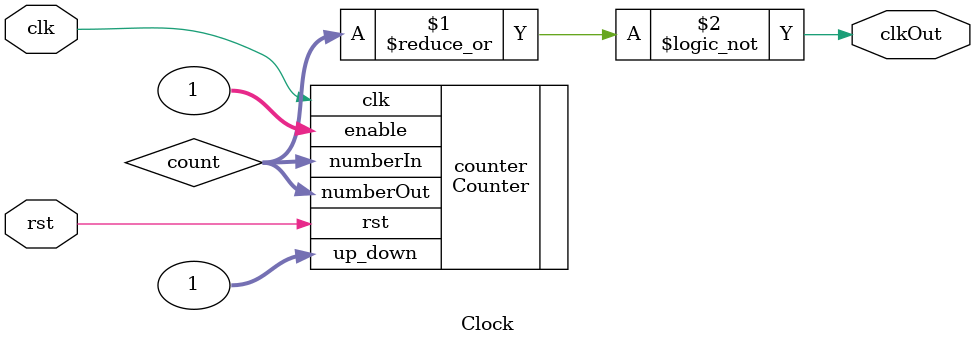
<source format=v>
module Clock (
    input wire clk,  // clock
    input wire rst,
    output wire clkOut
  );
  parameter BOARD_CLOCK_FREQUENCY_IN_HZ = 100_000_000;
  parameter OUTPUT_CLOCK_PERIOD_IN_SECONDS = 1;
  
  
  // localparams cannot be defined/depend on other local params. division is still ok.
  
//  localparam OUTPUT_CLOCK_FREQUENCY_IN_HZ = 1/OUTPUT_CLOCK_PERIOD_IN_SECONDS;
//   localparam MAX_COUNT = BOARD_CLOCK_FREQUENCY_IN_HZ / OUTPUT_CLOCK_FREQUENCY_IN_HZ;

  localparam MAX_COUNT = BOARD_CLOCK_FREQUENCY_IN_HZ * OUTPUT_CLOCK_PERIOD_IN_SECONDS;
  
  
  // 10111 11010 11110 00010 00000 00 //27 bit
  wire [63:0] count;
  
  assign clkOut = ~|count;
  
  Counter #(.BASE(MAX_COUNT), .NUMBER_OF_BITS(64)) counter( .clk(clk),
                                                            .rst(rst),
                                                            .enable(1),
                                                            .up_down(1),
                                                            .numberIn(count),
                                                            .numberOut(count)
                                                          );
  
endmodule

</source>
